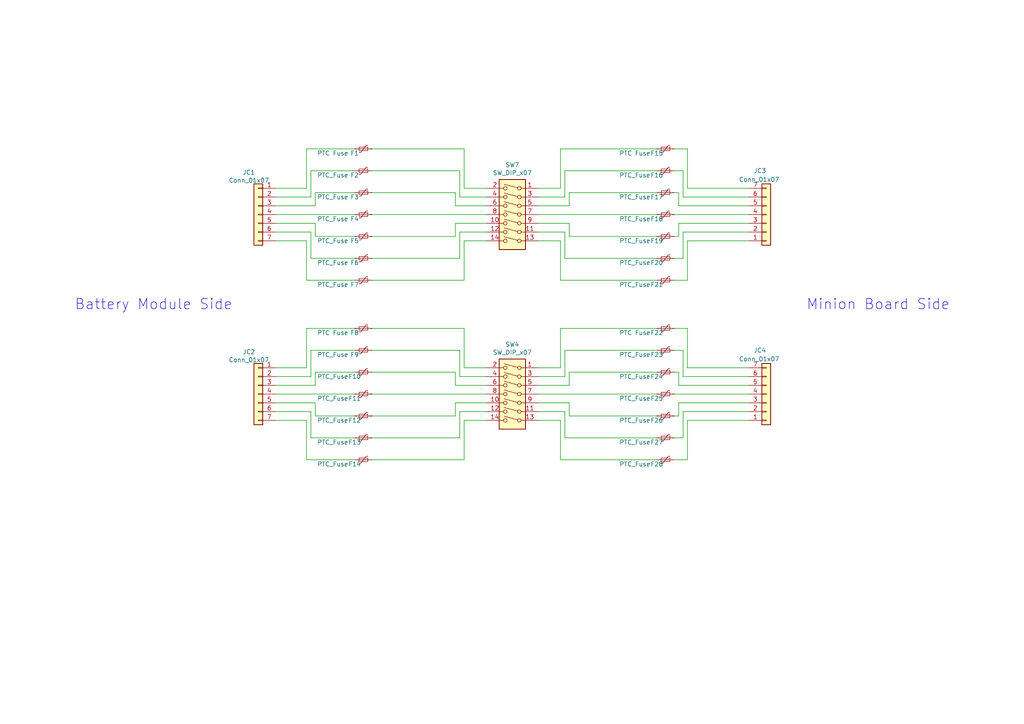
<source format=kicad_sch>
(kicad_sch (version 20231120) (generator "eeschema") (generator_version "8.0")
  (paper "A4")
  (lib_symbols
    (symbol "Connector_Generic:Conn_01x07" (pin_names (offset 1.016) hide)
      (property "Reference" "J" (at 0 10.16 0))
      (property "Value" "Conn_01x07" (at 0 -10.16 0))
      (symbol "Conn_01x07_1_1"
        (rectangle (start -1.27 -7.493) (end 0 -7.747) (stroke (width 0.1524)))
        (rectangle (start -1.27 -4.953) (end 0 -5.207) (stroke (width 0.1524)))
        (rectangle (start -1.27 -2.413) (end 0 -2.667) (stroke (width 0.1524)))
        (rectangle (start -1.27 0.127) (end 0 -0.127) (stroke (width 0.1524)))
        (rectangle (start -1.27 2.667) (end 0 2.413) (stroke (width 0.1524)))
        (rectangle (start -1.27 5.207) (end 0 4.953) (stroke (width 0.1524)))
        (rectangle (start -1.27 7.747) (end 0 7.493) (stroke (width 0.1524)))
        (rectangle (start -1.27 8.89) (end 1.27 -8.89) (stroke (width 0.254)) (fill (type background)))
        (pin passive line (at -5.08 7.62 0) (length 3.81) (name "Pin_1") (number "1"))
        (pin passive line (at -5.08 5.08 0) (length 3.81) (name "Pin_2") (number "2"))
        (pin passive line (at -5.08 2.54 0) (length 3.81) (name "Pin_3") (number "3"))
        (pin passive line (at -5.08 0 0) (length 3.81) (name "Pin_4") (number "4"))
        (pin passive line (at -5.08 -2.54 0) (length 3.81) (name "Pin_5") (number "5"))
        (pin passive line (at -5.08 -5.08 0) (length 3.81) (name "Pin_6") (number "6"))
        (pin passive line (at -5.08 -7.62 0) (length 3.81) (name "Pin_7") (number "7"))
      )
    )
    (symbol "Device:Polyfuse_Small" (pin_numbers hide) (pin_names (offset 0))
      (property "Reference" "F" (at -1.905 0 90))
      (property "Value" "Polyfuse_Small" (at 1.905 0 90))
      (symbol "Polyfuse_Small_0_1"
        (rectangle (start -0.508 1.27) (end 0.508 -1.27))
        (polyline (pts (xy 0 2.54) (xy 0 -2.54)))
        (polyline (pts (xy -1.016 1.27) (xy -1.016 0.762) (xy 1.016 -0.762) (xy 1.016 -1.27)))
      )
      (symbol "Polyfuse_Small_1_1"
        (pin passive line (at 0 2.54 270) (length 0.635) (name "~") (number "1"))
        (pin passive line (at 0 -2.54 90) (length 0.635) (name "~") (number "2"))
      )
    )
    (symbol "SW_DIP_x07_1" (pin_names (offset 0) hide)
      (property "Reference" "SW1" (at 0 16.9418 0))
      (property "Value" "SW_DIP_x07" (at 0 14.6304 0))
      (symbol "SW_DIP_x07_1_0_0"
        (circle (center -2.032 -5.08) (radius 0.508))
        (circle (center -2.032 -2.54) (radius 0.508))
        (circle (center -2.032 0) (radius 0.508))
        (circle (center -2.032 2.54) (radius 0.508))
        (circle (center -2.032 5.08) (radius 0.508))
        (circle (center -2.032 7.62) (radius 0.508))
        (circle (center -2.032 10.16) (radius 0.508))
        (polyline (pts (xy -1.524 -4.9276) (xy 2.3622 -3.8862)))
        (polyline (pts (xy -1.524 -2.3876) (xy 2.3622 -1.3462)))
        (polyline (pts (xy -1.524 0.127) (xy 2.3622 1.1684)))
        (polyline (pts (xy -1.524 2.667) (xy 2.3622 3.7084)))
        (polyline (pts (xy -1.524 5.207) (xy 2.3622 6.2484)))
        (polyline (pts (xy -1.524 7.747) (xy 2.3622 8.7884)))
        (polyline (pts (xy -1.524 10.287) (xy 2.3622 11.3284)))
        (circle (center 2.032 -5.08) (radius 0.508))
        (circle (center 2.032 -2.54) (radius 0.508))
        (circle (center 2.032 0) (radius 0.508))
        (circle (center 2.032 2.54) (radius 0.508))
        (circle (center 2.032 5.08) (radius 0.508))
        (circle (center 2.032 7.62) (radius 0.508))
        (circle (center 2.032 10.16) (radius 0.508))
      )
      (symbol "SW_DIP_x07_1_0_1"
        (rectangle (start -3.81 12.7) (end 3.81 -7.62) (stroke (width 0.254)) (fill (type background)))
      )
      (symbol "SW_DIP_x07_1_1_1"
        (pin passive line (at -7.62 10.16 0) (length 5.08) (name "~") (number "1"))
        (pin passive line (at 7.62 0 180) (length 5.08) (name "~") (number "10"))
        (pin passive line (at -7.62 -2.54 0) (length 5.08) (name "~") (number "11"))
        (pin passive line (at 7.62 -2.54 180) (length 5.08) (name "~") (number "12"))
        (pin passive line (at -7.62 -5.08 0) (length 5.08) (name "~") (number "13"))
        (pin passive line (at 7.62 -5.08 180) (length 5.08) (name "~") (number "14"))
        (pin passive line (at 7.62 10.16 180) (length 5.08) (name "~") (number "2"))
        (pin passive line (at -7.62 7.62 0) (length 5.08) (name "~") (number "3"))
        (pin passive line (at 7.62 7.62 180) (length 5.08) (name "~") (number "4"))
        (pin passive line (at -7.62 5.08 0) (length 5.08) (name "~") (number "5"))
        (pin passive line (at 7.62 5.08 180) (length 5.08) (name "~") (number "6"))
        (pin passive line (at -7.62 2.54 0) (length 5.08) (name "~") (number "7"))
        (pin passive line (at 7.62 2.54 180) (length 5.08) (name "~") (number "8"))
        (pin passive line (at -7.62 0 0) (length 5.08) (name "~") (number "9"))
      )
    )
    (symbol "Switch:SW_DIP_x07" (pin_names (offset 0) hide)
      (property "Reference" "SW2" (at 0 16.9418 0))
      (property "Value" "SW_DIP_x07" (at 0 14.6304 0))
      (symbol "SW_DIP_x07_0_0"
        (circle (center -2.032 -5.08) (radius 0.508))
        (circle (center -2.032 -2.54) (radius 0.508))
        (circle (center -2.032 0) (radius 0.508))
        (circle (center -2.032 2.54) (radius 0.508))
        (circle (center -2.032 5.08) (radius 0.508))
        (circle (center -2.032 7.62) (radius 0.508))
        (circle (center -2.032 10.16) (radius 0.508))
        (polyline (pts (xy -1.524 -4.9276) (xy 2.3622 -3.8862)))
        (polyline (pts (xy -1.524 -2.3876) (xy 2.3622 -1.3462)))
        (polyline (pts (xy -1.524 0.127) (xy 2.3622 1.1684)))
        (polyline (pts (xy -1.524 2.667) (xy 2.3622 3.7084)))
        (polyline (pts (xy -1.524 5.207) (xy 2.3622 6.2484)))
        (polyline (pts (xy -1.524 7.747) (xy 2.3622 8.7884)))
        (polyline (pts (xy -1.524 10.287) (xy 2.3622 11.3284)))
        (circle (center 2.032 -5.08) (radius 0.508))
        (circle (center 2.032 -2.54) (radius 0.508))
        (circle (center 2.032 0) (radius 0.508))
        (circle (center 2.032 2.54) (radius 0.508))
        (circle (center 2.032 5.08) (radius 0.508))
        (circle (center 2.032 7.62) (radius 0.508))
        (circle (center 2.032 10.16) (radius 0.508))
      )
      (symbol "SW_DIP_x07_0_1"
        (rectangle (start -3.81 12.7) (end 3.81 -7.62) (stroke (width 0.254)) (fill (type background)))
      )
      (symbol "SW_DIP_x07_1_1"
        (pin passive line (at -7.62 10.16 0) (length 5.08) (name "~") (number "1"))
        (pin passive line (at 7.62 0 180) (length 5.08) (name "~") (number "10"))
        (pin passive line (at -7.62 -2.54 0) (length 5.08) (name "~") (number "11"))
        (pin passive line (at 7.62 -2.54 180) (length 5.08) (name "~") (number "12"))
        (pin passive line (at -7.62 -5.08 0) (length 5.08) (name "~") (number "13"))
        (pin passive line (at 7.62 -5.08 180) (length 5.08) (name "~") (number "14"))
        (pin passive line (at 7.62 10.16 180) (length 5.08) (name "~") (number "2"))
        (pin passive line (at -7.62 7.62 0) (length 5.08) (name "~") (number "3"))
        (pin passive line (at 7.62 7.62 180) (length 5.08) (name "~") (number "4"))
        (pin passive line (at -7.62 5.08 0) (length 5.08) (name "~") (number "5"))
        (pin passive line (at 7.62 5.08 180) (length 5.08) (name "~") (number "6"))
        (pin passive line (at -7.62 2.54 0) (length 5.08) (name "~") (number "7"))
        (pin passive line (at 7.62 2.54 180) (length 5.08) (name "~") (number "8"))
        (pin passive line (at -7.62 0 0) (length 5.08) (name "~") (number "9"))
      )
    )
  )
  (wire (pts (xy 90.17 101.6) (xy 90.17 109.22)))
  (wire (pts (xy 195.58 133.35) (xy 199.39 133.35)))
  (wire (pts (xy 102.87 107.95) (xy 91.44 107.95)))
  (wire (pts (xy 162.56 95.25) (xy 190.5 95.25)))
  (wire (pts (xy 133.35 74.93) (xy 133.35 67.31)))
  (wire (pts (xy 107.95 95.25) (xy 134.62 95.25)))
  (wire (pts (xy 195.58 107.95) (xy 196.85 107.95)))
  (wire (pts (xy 163.83 101.6) (xy 190.5 101.6)))
  (wire (pts (xy 156.21 114.3) (xy 190.5 114.3)))
  (wire (pts (xy 91.44 64.77) (xy 80.01 64.77)))
  (wire (pts (xy 133.35 57.15) (xy 140.97 57.15)))
  (wire (pts (xy 196.85 59.69) (xy 196.85 55.88)))
  (wire (pts (xy 91.44 68.58) (xy 91.44 64.77)))
  (wire (pts (xy 134.62 121.92) (xy 140.97 121.92)))
  (wire (pts (xy 199.39 69.85) (xy 217.17 69.85)))
  (wire (pts (xy 156.21 121.92) (xy 162.56 121.92)))
  (wire (pts (xy 133.35 49.53) (xy 133.35 57.15)))
  (wire (pts (xy 195.58 74.93) (xy 198.12 74.93)))
  (wire (pts (xy 165.1 59.69) (xy 165.1 55.88)))
  (wire (pts (xy 195.58 95.25) (xy 199.39 95.25)))
  (wire (pts (xy 196.85 120.65) (xy 196.85 116.84)))
  (wire (pts (xy 90.17 57.15) (xy 80.01 57.15)))
  (wire (pts (xy 162.56 54.61) (xy 162.56 43.18)))
  (wire (pts (xy 165.1 120.65) (xy 190.5 120.65)))
  (wire (pts (xy 165.1 64.77) (xy 165.1 68.58)))
  (wire (pts (xy 217.17 67.31) (xy 198.12 67.31)))
  (wire (pts (xy 199.39 54.61) (xy 217.17 54.61)))
  (wire (pts (xy 156.21 119.38) (xy 163.83 119.38)))
  (wire (pts (xy 156.21 59.69) (xy 165.1 59.69)))
  (wire (pts (xy 90.17 119.38) (xy 80.01 119.38)))
  (wire (pts (xy 198.12 119.38) (xy 198.12 127)))
  (wire (pts (xy 102.87 120.65) (xy 91.44 120.65)))
  (wire (pts (xy 162.56 43.18) (xy 190.5 43.18)))
  (wire (pts (xy 195.58 55.88) (xy 196.85 55.88)))
  (wire (pts (xy 107.95 114.3) (xy 140.97 114.3)))
  (wire (pts (xy 88.9 95.25) (xy 88.9 106.68)))
  (wire (pts (xy 132.08 107.95) (xy 132.08 111.76)))
  (wire (pts (xy 217.17 59.69) (xy 196.85 59.69)))
  (wire (pts (xy 198.12 67.31) (xy 198.12 74.93)))
  (wire (pts (xy 90.17 74.93) (xy 90.17 67.31)))
  (wire (pts (xy 199.39 43.18) (xy 199.39 54.61)))
  (wire (pts (xy 134.62 95.25) (xy 134.62 106.68)))
  (wire (pts (xy 88.9 133.35) (xy 88.9 121.92)))
  (wire (pts (xy 156.21 54.61) (xy 162.56 54.61)))
  (wire (pts (xy 156.21 106.68) (xy 162.56 106.68)))
  (wire (pts (xy 134.62 133.35) (xy 134.62 121.92)))
  (wire (pts (xy 80.01 114.3) (xy 102.87 114.3)))
  (wire (pts (xy 133.35 101.6) (xy 133.35 109.22)))
  (wire (pts (xy 102.87 43.18) (xy 88.9 43.18)))
  (wire (pts (xy 163.83 119.38) (xy 163.83 127)))
  (wire (pts (xy 198.12 49.53) (xy 198.12 57.15)))
  (wire (pts (xy 132.08 55.88) (xy 132.08 59.69)))
  (wire (pts (xy 88.9 106.68) (xy 80.01 106.68)))
  (wire (pts (xy 163.83 67.31) (xy 163.83 74.93)))
  (wire (pts (xy 156.21 116.84) (xy 165.1 116.84)))
  (wire (pts (xy 156.21 57.15) (xy 163.83 57.15)))
  (wire (pts (xy 198.12 119.38) (xy 217.17 119.38)))
  (wire (pts (xy 133.35 109.22) (xy 140.97 109.22)))
  (wire (pts (xy 91.44 59.69) (xy 80.01 59.69)))
  (wire (pts (xy 80.01 62.23) (xy 102.87 62.23)))
  (wire (pts (xy 195.58 43.18) (xy 199.39 43.18)))
  (wire (pts (xy 199.39 121.92) (xy 217.17 121.92)))
  (wire (pts (xy 107.95 127) (xy 133.35 127)))
  (wire (pts (xy 165.1 116.84) (xy 165.1 120.65)))
  (wire (pts (xy 156.21 109.22) (xy 163.83 109.22)))
  (wire (pts (xy 165.1 68.58) (xy 190.5 68.58)))
  (wire (pts (xy 163.83 74.93) (xy 190.5 74.93)))
  (wire (pts (xy 91.44 111.76) (xy 80.01 111.76)))
  (wire (pts (xy 91.44 120.65) (xy 91.44 116.84)))
  (wire (pts (xy 107.95 101.6) (xy 133.35 101.6)))
  (wire (pts (xy 162.56 106.68) (xy 162.56 95.25)))
  (wire (pts (xy 107.95 55.88) (xy 132.08 55.88)))
  (wire (pts (xy 102.87 74.93) (xy 90.17 74.93)))
  (wire (pts (xy 88.9 121.92) (xy 80.01 121.92)))
  (wire (pts (xy 102.87 49.53) (xy 90.17 49.53)))
  (wire (pts (xy 163.83 127) (xy 190.5 127)))
  (wire (pts (xy 156.21 111.76) (xy 165.1 111.76)))
  (wire (pts (xy 102.87 127) (xy 90.17 127)))
  (wire (pts (xy 133.35 67.31) (xy 140.97 67.31)))
  (wire (pts (xy 198.12 57.15) (xy 217.17 57.15)))
  (wire (pts (xy 195.58 127) (xy 198.12 127)))
  (wire (pts (xy 196.85 111.76) (xy 217.17 111.76)))
  (wire (pts (xy 107.95 107.95) (xy 132.08 107.95)))
  (wire (pts (xy 88.9 43.18) (xy 88.9 54.61)))
  (wire (pts (xy 163.83 57.15) (xy 163.83 49.53)))
  (wire (pts (xy 132.08 120.65) (xy 132.08 116.84)))
  (wire (pts (xy 91.44 107.95) (xy 91.44 111.76)))
  (wire (pts (xy 134.62 43.18) (xy 134.62 54.61)))
  (wire (pts (xy 91.44 116.84) (xy 80.01 116.84)))
  (wire (pts (xy 195.58 114.3) (xy 217.17 114.3)))
  (wire (pts (xy 165.1 111.76) (xy 165.1 107.95)))
  (wire (pts (xy 90.17 67.31) (xy 80.01 67.31)))
  (wire (pts (xy 156.21 62.23) (xy 190.5 62.23)))
  (wire (pts (xy 199.39 95.25) (xy 199.39 106.68)))
  (wire (pts (xy 199.39 133.35) (xy 199.39 121.92)))
  (wire (pts (xy 165.1 107.95) (xy 190.5 107.95)))
  (wire (pts (xy 198.12 101.6) (xy 198.12 109.22)))
  (wire (pts (xy 195.58 120.65) (xy 196.85 120.65)))
  (wire (pts (xy 196.85 116.84) (xy 217.17 116.84)))
  (wire (pts (xy 156.21 67.31) (xy 163.83 67.31)))
  (wire (pts (xy 90.17 127) (xy 90.17 119.38)))
  (wire (pts (xy 195.58 81.28) (xy 199.39 81.28)))
  (wire (pts (xy 102.87 101.6) (xy 90.17 101.6)))
  (wire (pts (xy 91.44 55.88) (xy 91.44 59.69)))
  (wire (pts (xy 162.56 121.92) (xy 162.56 133.35)))
  (wire (pts (xy 107.95 49.53) (xy 133.35 49.53)))
  (wire (pts (xy 107.95 68.58) (xy 132.08 68.58)))
  (wire (pts (xy 156.21 69.85) (xy 162.56 69.85)))
  (wire (pts (xy 132.08 59.69) (xy 140.97 59.69)))
  (wire (pts (xy 132.08 116.84) (xy 140.97 116.84)))
  (wire (pts (xy 102.87 68.58) (xy 91.44 68.58)))
  (wire (pts (xy 195.58 62.23) (xy 217.17 62.23)))
  (wire (pts (xy 163.83 109.22) (xy 163.83 101.6)))
  (wire (pts (xy 162.56 69.85) (xy 162.56 81.28)))
  (wire (pts (xy 162.56 133.35) (xy 190.5 133.35)))
  (wire (pts (xy 132.08 68.58) (xy 132.08 64.77)))
  (wire (pts (xy 165.1 55.88) (xy 190.5 55.88)))
  (wire (pts (xy 133.35 127) (xy 133.35 119.38)))
  (wire (pts (xy 88.9 81.28) (xy 88.9 69.85)))
  (wire (pts (xy 90.17 49.53) (xy 90.17 57.15)))
  (wire (pts (xy 88.9 69.85) (xy 80.01 69.85)))
  (wire (pts (xy 163.83 49.53) (xy 190.5 49.53)))
  (wire (pts (xy 134.62 69.85) (xy 140.97 69.85)))
  (wire (pts (xy 133.35 119.38) (xy 140.97 119.38)))
  (wire (pts (xy 195.58 49.53) (xy 198.12 49.53)))
  (wire (pts (xy 107.95 43.18) (xy 134.62 43.18)))
  (wire (pts (xy 156.21 64.77) (xy 165.1 64.77)))
  (wire (pts (xy 107.95 74.93) (xy 133.35 74.93)))
  (wire (pts (xy 102.87 95.25) (xy 88.9 95.25)))
  (wire (pts (xy 199.39 81.28) (xy 199.39 69.85)))
  (wire (pts (xy 198.12 109.22) (xy 217.17 109.22)))
  (wire (pts (xy 88.9 54.61) (xy 80.01 54.61)))
  (wire (pts (xy 107.95 81.28) (xy 134.62 81.28)))
  (wire (pts (xy 199.39 106.68) (xy 217.17 106.68)))
  (wire (pts (xy 162.56 81.28) (xy 190.5 81.28)))
  (wire (pts (xy 134.62 106.68) (xy 140.97 106.68)))
  (wire (pts (xy 107.95 120.65) (xy 132.08 120.65)))
  (wire (pts (xy 196.85 111.76) (xy 196.85 107.95)))
  (wire (pts (xy 132.08 64.77) (xy 140.97 64.77)))
  (wire (pts (xy 90.17 109.22) (xy 80.01 109.22)))
  (wire (pts (xy 132.08 111.76) (xy 140.97 111.76)))
  (wire (pts (xy 195.58 68.58) (xy 196.85 68.58)))
  (wire (pts (xy 102.87 133.35) (xy 88.9 133.35)))
  (wire (pts (xy 195.58 101.6) (xy 198.12 101.6)))
  (wire (pts (xy 102.87 55.88) (xy 91.44 55.88)))
  (wire (pts (xy 107.95 133.35) (xy 134.62 133.35)))
  (wire (pts (xy 196.85 64.77) (xy 217.17 64.77)))
  (wire (pts (xy 196.85 68.58) (xy 196.85 64.77)))
  (wire (pts (xy 107.95 62.23) (xy 140.97 62.23)))
  (wire (pts (xy 134.62 54.61) (xy 140.97 54.61)))
  (wire (pts (xy 134.62 81.28) (xy 134.62 69.85)))
  (wire (pts (xy 102.87 81.28) (xy 88.9 81.28)))
  (text "Battery Module Side" (at 21.59 90.17 0) (effects (font (size 3 3)) (justify left bottom)))
  (text "Minion Board Side" (at 275.59 90.17 0) (effects (font (size 3 3)) (justify right bottom)))
  (symbol (lib_id "Connector_Generic:Conn_01x07") (at 222.25 114.3 0) (mirror x) (unit 1)
    (property "Reference" "JC4" (at 222.25 101.6 0) (effects (justify right)))
    (property "Value" "Conn_01x07" (at 226.06 104.14 0) (effects (justify right)))
    (property "Footprint" "UTSVT_Connectors:Molex_Microfit+_01x07_Horizontal" (effects (hide yes)))
    (property "Datasheet" "https://www.mouser.com/datasheet/2/276/0436500700_PCB_HEADERS-148723.pdf" (effects (hide yes)))
  )
  (symbol (lib_id "Device:Polyfuse_Small") (at 105.41 133.35 90) (unit 1)
    (property "Reference" "F14" (at 102.87 134.62 90))
    (property "Value" "PTC_Fuse" (at 96.52 134.62 90))
    (property "Footprint" "UTSVT_Special:ptc_fuse_FUSC1607X75N" (effects (hide yes)))
    (property "Datasheet" "https://www.mouser.com/datasheet/2/643/ds-CP-0zcm-series-1313124.pdf" (effects (hide yes)))
  )
  (symbol (lib_id "Device:Polyfuse_Small") (at 105.41 49.53 90) (unit 1)
    (property "Reference" "F2" (at 102.87 50.8 90))
    (property "Value" "PTC_Fuse" (at 96.52 50.8 90))
    (property "Footprint" "UTSVT_Special:ptc_fuse_FUSC1607X75N" (effects (hide yes)))
    (property "Datasheet" "https://www.mouser.com/datasheet/2/643/ds-CP-0zcm-series-1313124.pdf" (effects (hide yes)))
  )
  (symbol (lib_id "Device:Polyfuse_Small") (at 193.04 107.95 90) (unit 1)
    (property "Reference" "F24" (at 190.5 109.22 90))
    (property "Value" "PTC_Fuse" (at 184.15 109.22 90))
    (property "Footprint" "UTSVT_Special:ptc_fuse_FUSC1607X75N" (effects (hide yes)))
    (property "Datasheet" "https://www.mouser.com/datasheet/2/643/ds-CP-0zcm-series-1313124.pdf" (effects (hide yes)))
  )
  (symbol (lib_id "Device:Polyfuse_Small") (at 193.04 81.28 90) (unit 1)
    (property "Reference" "F21" (at 190.5 82.55 90))
    (property "Value" "PTC_Fuse" (at 184.15 82.55 90))
    (property "Footprint" "UTSVT_Special:ptc_fuse_FUSC1607X75N" (effects (hide yes)))
    (property "Datasheet" "https://www.mouser.com/datasheet/2/643/ds-CP-0zcm-series-1313124.pdf" (effects (hide yes)))
  )
  (symbol (lib_id "Device:Polyfuse_Small") (at 105.41 74.93 90) (unit 1)
    (property "Reference" "F6" (at 102.87 76.2 90))
    (property "Value" "PTC_Fuse" (at 96.52 76.2 90))
    (property "Footprint" "UTSVT_Special:ptc_fuse_FUSC1607X75N" (effects (hide yes)))
    (property "Datasheet" "https://www.mouser.com/datasheet/2/643/ds-CP-0zcm-series-1313124.pdf" (effects (hide yes)))
  )
  (symbol (lib_id "Connector_Generic:Conn_01x07") (at 74.93 62.23 0) (mirror y) (unit 1)
    (property "Reference" "JC1" (at 72.1868 50.0126 0))
    (property "Value" "Conn_01x07" (at 72.1868 52.324 0))
    (property "Footprint" "UTSVT_Connectors:Molex_Microfit+_01x07_Horizontal" (effects (hide yes)))
    (property "Datasheet" "https://www.mouser.com/datasheet/2/276/0436500700_PCB_HEADERS-148723.pdf" (effects (hide yes)))
  )
  (symbol (lib_id "Device:Polyfuse_Small") (at 105.41 62.23 90) (unit 1)
    (property "Reference" "F4" (at 102.87 63.5 90))
    (property "Value" "PTC_Fuse" (at 96.52 63.5 90))
    (property "Footprint" "UTSVT_Special:ptc_fuse_FUSC1607X75N" (effects (hide yes)))
    (property "Datasheet" "https://www.mouser.com/datasheet/2/643/ds-CP-0zcm-series-1313124.pdf" (effects (hide yes)))
  )
  (symbol (lib_id "Device:Polyfuse_Small") (at 105.41 120.65 90) (unit 1)
    (property "Reference" "F12" (at 102.87 121.92 90))
    (property "Value" "PTC_Fuse" (at 96.52 121.92 90))
    (property "Footprint" "UTSVT_Special:ptc_fuse_FUSC1607X75N" (effects (hide yes)))
    (property "Datasheet" "https://www.mouser.com/datasheet/2/643/ds-CP-0zcm-series-1313124.pdf" (effects (hide yes)))
  )
  (symbol (lib_id "Device:Polyfuse_Small") (at 105.41 101.6 90) (unit 1)
    (property "Reference" "F9" (at 102.87 102.87 90))
    (property "Value" "PTC_Fuse" (at 96.52 102.87 90))
    (property "Footprint" "UTSVT_Special:ptc_fuse_FUSC1607X75N" (effects (hide yes)))
    (property "Datasheet" "https://www.mouser.com/datasheet/2/643/ds-CP-0zcm-series-1313124.pdf" (effects (hide yes)))
  )
  (symbol (lib_id "Device:Polyfuse_Small") (at 105.41 95.25 90) (unit 1)
    (property "Reference" "F8" (at 102.87 96.52 90))
    (property "Value" "PTC Fuse" (at 96.52 96.52 90))
    (property "Footprint" "UTSVT_Special:ptc_fuse_FUSC1607X75N" (effects (hide yes)))
    (property "Datasheet" "https://www.mouser.com/datasheet/2/643/ds-CP-0zcm-series-1313124.pdf" (effects (hide yes)))
  )
  (symbol (lib_id "Device:Polyfuse_Small") (at 193.04 101.6 90) (unit 1)
    (property "Reference" "F23" (at 190.5 102.87 90))
    (property "Value" "PTC_Fuse" (at 184.15 102.87 90))
    (property "Footprint" "UTSVT_Special:ptc_fuse_FUSC1607X75N" (effects (hide yes)))
    (property "Datasheet" "https://www.mouser.com/datasheet/2/643/ds-CP-0zcm-series-1313124.pdf" (effects (hide yes)))
  )
  (symbol (lib_id "Switch:SW_DIP_x07") (at 148.59 116.84 0) (mirror y) (unit 1)
    (property "Reference" "SW4" (at 148.59 99.8982 0))
    (property "Value" "SW_DIP_x07" (at 148.59 102.2096 0))
    (property "Footprint" "UTSVT_Special:7switch_module_DS04254207BKSMT" (effects (hide yes)))
    (property "Datasheet" "https://www.mouser.com/datasheet/2/670/ds04_254_smt-1777718.pdf" (effects (hide yes)))
  )
  (symbol (lib_id "Device:Polyfuse_Small") (at 193.04 74.93 90) (unit 1)
    (property "Reference" "F20" (at 190.5 76.2 90))
    (property "Value" "PTC_Fuse" (at 184.15 76.2 90))
    (property "Footprint" "UTSVT_Special:ptc_fuse_FUSC1607X75N" (effects (hide yes)))
    (property "Datasheet" "https://www.mouser.com/datasheet/2/643/ds-CP-0zcm-series-1313124.pdf" (effects (hide yes)))
  )
  (symbol (lib_id "Device:Polyfuse_Small") (at 193.04 95.25 90) (unit 1)
    (property "Reference" "F22" (at 190.5 96.52 90))
    (property "Value" "PTC Fuse" (at 184.15 96.52 90))
    (property "Footprint" "UTSVT_Special:ptc_fuse_FUSC1607X75N" (effects (hide yes)))
    (property "Datasheet" "https://www.mouser.com/datasheet/2/643/ds-CP-0zcm-series-1313124.pdf" (effects (hide yes)))
  )
  (symbol (lib_id "Device:Polyfuse_Small") (at 193.04 49.53 90) (unit 1)
    (property "Reference" "F16" (at 190.5 50.8 90))
    (property "Value" "PTC_Fuse" (at 184.15 50.8 90))
    (property "Footprint" "UTSVT_Special:ptc_fuse_FUSC1607X75N" (effects (hide yes)))
    (property "Datasheet" "https://www.mouser.com/datasheet/2/643/ds-CP-0zcm-series-1313124.pdf" (effects (hide yes)))
  )
  (symbol (lib_id "Device:Polyfuse_Small") (at 193.04 127 90) (unit 1)
    (property "Reference" "F27" (at 190.5 128.27 90))
    (property "Value" "PTC_Fuse" (at 184.15 128.27 90))
    (property "Footprint" "UTSVT_Special:ptc_fuse_FUSC1607X75N" (effects (hide yes)))
    (property "Datasheet" "https://www.mouser.com/datasheet/2/643/ds-CP-0zcm-series-1313124.pdf" (effects (hide yes)))
  )
  (symbol (lib_name "SW_DIP_x07_1") (lib_id "Switch:SW_DIP_x07") (at 148.59 64.77 0) (mirror y) (unit 1)
    (property "Reference" "SW7" (at 148.59 47.8282 0))
    (property "Value" "SW_DIP_x07" (at 148.59 50.1396 0))
    (property "Footprint" "UTSVT_Special:7switch_module_DS04254207BKSMT" (effects (hide yes)))
    (property "Datasheet" "https://www.mouser.com/datasheet/2/670/ds04_254_smt-1777718.pdf" (effects (hide yes)))
  )
  (symbol (lib_id "Device:Polyfuse_Small") (at 193.04 43.18 90) (unit 1)
    (property "Reference" "F15" (at 190.5 44.45 90))
    (property "Value" "PTC Fuse" (at 184.15 44.45 90))
    (property "Footprint" "UTSVT_Special:ptc_fuse_FUSC1607X75N" (effects (hide yes)))
    (property "Datasheet" "https://www.mouser.com/datasheet/2/643/ds-CP-0zcm-series-1313124.pdf" (effects (hide yes)))
  )
  (symbol (lib_id "Device:Polyfuse_Small") (at 193.04 68.58 90) (unit 1)
    (property "Reference" "F19" (at 190.5 69.85 90))
    (property "Value" "PTC_Fuse" (at 184.15 69.85 90))
    (property "Footprint" "UTSVT_Special:ptc_fuse_FUSC1607X75N" (effects (hide yes)))
    (property "Datasheet" "https://www.mouser.com/datasheet/2/643/ds-CP-0zcm-series-1313124.pdf" (effects (hide yes)))
  )
  (symbol (lib_id "Connector_Generic:Conn_01x07") (at 74.93 114.3 0) (mirror y) (unit 1)
    (property "Reference" "JC2" (at 72.1868 102.0826 0))
    (property "Value" "Conn_01x07" (at 72.1868 104.394 0))
    (property "Footprint" "UTSVT_Connectors:Molex_Microfit+_01x07_Horizontal" (effects (hide yes)))
    (property "Datasheet" "https://www.mouser.com/datasheet/2/276/0436500700_PCB_HEADERS-148723.pdf" (effects (hide yes)))
  )
  (symbol (lib_id "Device:Polyfuse_Small") (at 105.41 81.28 90) (unit 1)
    (property "Reference" "F7" (at 102.87 82.55 90))
    (property "Value" "PTC_Fuse" (at 96.52 82.55 90))
    (property "Footprint" "UTSVT_Special:ptc_fuse_FUSC1607X75N" (effects (hide yes)))
    (property "Datasheet" "https://www.mouser.com/datasheet/2/643/ds-CP-0zcm-series-1313124.pdf" (effects (hide yes)))
  )
  (symbol (lib_id "Device:Polyfuse_Small") (at 105.41 107.95 90) (unit 1)
    (property "Reference" "F10" (at 102.87 109.22 90))
    (property "Value" "PTC_Fuse" (at 96.52 109.22 90))
    (property "Footprint" "UTSVT_Special:ptc_fuse_FUSC1607X75N" (effects (hide yes)))
    (property "Datasheet" "https://www.mouser.com/datasheet/2/643/ds-CP-0zcm-series-1313124.pdf" (effects (hide yes)))
  )
  (symbol (lib_id "Device:Polyfuse_Small") (at 105.41 68.58 90) (unit 1)
    (property "Reference" "F5" (at 102.87 69.85 90))
    (property "Value" "PTC_Fuse" (at 96.52 69.85 90))
    (property "Footprint" "UTSVT_Special:ptc_fuse_FUSC1607X75N" (effects (hide yes)))
    (property "Datasheet" "https://www.mouser.com/datasheet/2/643/ds-CP-0zcm-series-1313124.pdf" (effects (hide yes)))
  )
  (symbol (lib_id "Device:Polyfuse_Small") (at 193.04 133.35 90) (unit 1)
    (property "Reference" "F28" (at 190.5 134.62 90))
    (property "Value" "PTC_Fuse" (at 184.15 134.62 90))
    (property "Footprint" "UTSVT_Special:ptc_fuse_FUSC1607X75N" (effects (hide yes)))
    (property "Datasheet" "https://www.mouser.com/datasheet/2/643/ds-CP-0zcm-series-1313124.pdf" (effects (hide yes)))
  )
  (symbol (lib_id "Device:Polyfuse_Small") (at 193.04 120.65 90) (unit 1)
    (property "Reference" "F26" (at 190.5 121.92 90))
    (property "Value" "PTC_Fuse" (at 184.15 121.92 90))
    (property "Footprint" "UTSVT_Special:ptc_fuse_FUSC1607X75N" (effects (hide yes)))
    (property "Datasheet" "https://www.mouser.com/datasheet/2/643/ds-CP-0zcm-series-1313124.pdf" (effects (hide yes)))
  )
  (symbol (lib_id "Device:Polyfuse_Small") (at 105.41 114.3 90) (unit 1)
    (property "Reference" "F11" (at 102.87 115.57 90))
    (property "Value" "PTC_Fuse" (at 96.52 115.57 90))
    (property "Footprint" "UTSVT_Special:ptc_fuse_FUSC1607X75N" (effects (hide yes)))
    (property "Datasheet" "https://www.mouser.com/datasheet/2/643/ds-CP-0zcm-series-1313124.pdf" (effects (hide yes)))
  )
  (symbol (lib_id "Device:Polyfuse_Small") (at 193.04 114.3 90) (unit 1)
    (property "Reference" "F25" (at 190.5 115.57 90))
    (property "Value" "PTC_Fuse" (at 184.15 115.57 90))
    (property "Footprint" "UTSVT_Special:ptc_fuse_FUSC1607X75N" (effects (hide yes)))
    (property "Datasheet" "https://www.mouser.com/datasheet/2/643/ds-CP-0zcm-series-1313124.pdf" (effects (hide yes)))
  )
  (symbol (lib_id "Device:Polyfuse_Small") (at 105.41 127 90) (unit 1)
    (property "Reference" "F13" (at 102.87 128.27 90))
    (property "Value" "PTC_Fuse" (at 96.52 128.27 90))
    (property "Footprint" "UTSVT_Special:ptc_fuse_FUSC1607X75N" (effects (hide yes)))
    (property "Datasheet" "https://www.mouser.com/datasheet/2/643/ds-CP-0zcm-series-1313124.pdf" (effects (hide yes)))
  )
  (symbol (lib_id "Device:Polyfuse_Small") (at 105.41 55.88 90) (unit 1)
    (property "Reference" "F3" (at 102.87 57.15 90))
    (property "Value" "PTC_Fuse" (at 96.52 57.15 90))
    (property "Footprint" "UTSVT_Special:ptc_fuse_FUSC1607X75N" (effects (hide yes)))
    (property "Datasheet" "https://www.mouser.com/datasheet/2/643/ds-CP-0zcm-series-1313124.pdf" (effects (hide yes)))
  )
  (symbol (lib_id "Connector_Generic:Conn_01x07") (at 222.25 62.23 0) (mirror x) (unit 1)
    (property "Reference" "JC3" (at 222.25 49.53 0) (effects (justify right)))
    (property "Value" "Conn_01x07" (at 226.06 52.07 0) (effects (justify right)))
    (property "Footprint" "UTSVT_Connectors:Molex_Microfit+_01x07_Horizontal" (effects (hide yes)))
    (property "Datasheet" "https://www.mouser.com/datasheet/2/276/0436500700_PCB_HEADERS-148723.pdf" (effects (hide yes)))
  )
  (symbol (lib_id "Device:Polyfuse_Small") (at 193.04 55.88 90) (unit 1)
    (property "Reference" "F17" (at 190.5 57.15 90))
    (property "Value" "PTC_Fuse" (at 184.15 57.15 90))
    (property "Footprint" "UTSVT_Special:ptc_fuse_FUSC1607X75N" (effects (hide yes)))
    (property "Datasheet" "https://www.mouser.com/datasheet/2/643/ds-CP-0zcm-series-1313124.pdf" (effects (hide yes)))
  )
  (symbol (lib_id "Device:Polyfuse_Small") (at 105.41 43.18 90) (unit 1)
    (property "Reference" "F1" (at 102.87 44.45 90))
    (property "Value" "PTC Fuse" (at 96.52 44.45 90))
    (property "Footprint" "UTSVT_Special:ptc_fuse_FUSC1607X75N" (effects (hide yes)))
    (property "Datasheet" "https://www.mouser.com/datasheet/2/643/ds-CP-0zcm-series-1313124.pdf" (effects (hide yes)))
  )
  (symbol (lib_id "Device:Polyfuse_Small") (at 193.04 62.23 90) (unit 1)
    (property "Reference" "F18" (at 190.5 63.5 90))
    (property "Value" "PTC_Fuse" (at 184.15 63.5 90))
    (property "Footprint" "UTSVT_Special:ptc_fuse_FUSC1607X75N" (effects (hide yes)))
    (property "Datasheet" "https://www.mouser.com/datasheet/2/643/ds-CP-0zcm-series-1313124.pdf" (effects (hide yes)))
  )
)
</source>
